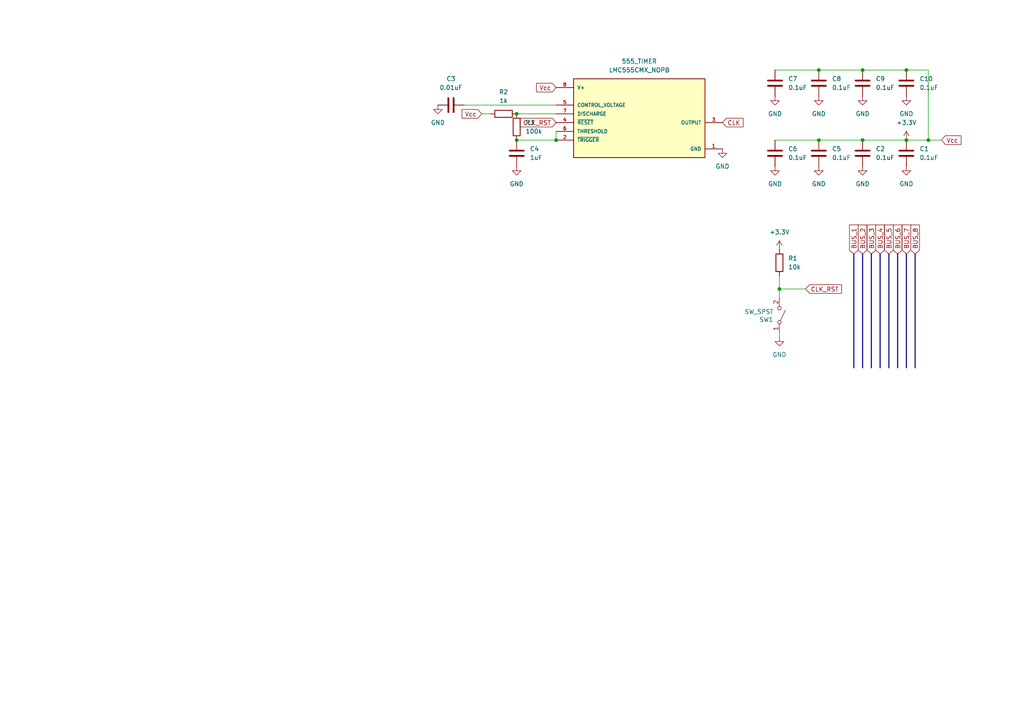
<source format=kicad_sch>
(kicad_sch (version 20250114) (generator "eeschema") (generator_version "9.0")
  (paper "A4")
  (lib_symbols
    (symbol "Device:C" (pin_numbers (hide yes)) (pin_names (offset 0.254))
      (property "Reference" "C" (at 0.635 2.54 0))
      (property "Value" "C" (at 0.635 -2.54 0))
      (symbol "C_0_1"
        (polyline (pts (xy -2.032 0.762) (xy 2.032 0.762)) (stroke (width 0.508)))
        (polyline (pts (xy -2.032 -0.762) (xy 2.032 -0.762)) (stroke (width 0.508)))
      )
      (symbol "C_1_1"
        (pin passive line (at 0 3.81 270) (length 2.794) (name "~") (number "1"))
        (pin passive line (at 0 -3.81 90) (length 2.794) (name "~") (number "2"))
      )
    )
    (symbol "Device:R" (pin_numbers (hide yes)) (pin_names (offset 0))
      (property "Reference" "R" (at 2.032 0 90))
      (property "Value" "R" (at 0 0 90))
      (symbol "R_0_1"
        (rectangle (start -1.016 -2.54) (end 1.016 2.54) (stroke (width 0.254)))
      )
      (symbol "R_1_1"
        (pin passive line (at 0 3.81 270) (length 1.27) (name "~") (number "1"))
        (pin passive line (at 0 -3.81 90) (length 1.27) (name "~") (number "2"))
      )
    )
    (symbol "LMC555CMX_NOPB:LMC555CMX_NOPB" (pin_names (offset 1.016))
      (property "Reference" "U" (at -17.78 13.7 0))
      (property "Value" "LMC555CMX_NOPB" (at -17.78 -14.16 0))
      (symbol "LMC555CMX_NOPB_0_0"
        (rectangle (start -17.78 -10.16) (end 20.32 12.7) (stroke (width 0.254)) (fill (type background)))
        (pin power_in line (at -22.86 10.16 0) (length 5.08) (name "V+") (number "8"))
        (pin input line (at -22.86 5.08 0) (length 5.08) (name "CONTROL_VOLTAGE") (number "5"))
        (pin input line (at -22.86 2.54 0) (length 5.08) (name "DISCHARGE") (number "7"))
        (pin input line (at -22.86 0 0) (length 5.08) (name "~{RESET}") (number "4"))
        (pin input line (at -22.86 -2.54 0) (length 5.08) (name "THRESHOLD") (number "6"))
        (pin input line (at -22.86 -5.08 0) (length 5.08) (name "~{TRIGGER}") (number "2"))
        (pin output line (at 25.4 0 180) (length 5.08) (name "OUTPUT") (number "3"))
        (pin power_in line (at 25.4 -7.62 180) (length 5.08) (name "GND") (number "1"))
      )
    )
    (symbol "Switch:SW_SPST" (pin_names (offset 0) (hide yes))
      (property "Reference" "SW" (at 0 3.175 0))
      (property "Value" "SW_SPST" (at 0 -2.54 0))
      (symbol "SW_SPST_0_0"
        (circle (center -2.032 0) (radius 0.508))
        (polyline (pts (xy -1.524 0.254) (xy 1.524 1.778)))
        (circle (center 2.032 0) (radius 0.508))
      )
      (symbol "SW_SPST_1_1"
        (pin passive line (at -5.08 0 0) (length 2.54) (name "A") (number "1"))
        (pin passive line (at 5.08 0 180) (length 2.54) (name "B") (number "2"))
      )
    )
    (symbol "power:+3.3V" (power) (pin_numbers (hide yes)) (pin_names (offset 0) (hide yes))
      (property "Value" "+3.3V" (at 0 3.556 0))
      (symbol "+3.3V_0_1"
        (polyline (pts (xy -0.762 1.27) (xy 0 2.54)))
        (polyline (pts (xy 0 2.54) (xy 0.762 1.27)))
        (polyline (pts (xy 0 0) (xy 0 2.54)))
      )
      (symbol "+3.3V_1_1"
        (pin power_in line (at 0 0 90) (length 0) (name "~") (number "1"))
      )
    )
    (symbol "power:GND" (power) (pin_numbers (hide yes)) (pin_names (offset 0) (hide yes))
      (property "Value" "GND" (at 0 -3.81 0))
      (symbol "GND_0_1"
        (polyline (pts (xy 0 0) (xy 0 -1.27) (xy 1.27 -1.27) (xy 0 -2.54) (xy -1.27 -1.27) (xy 0 -1.27)))
      )
      (symbol "GND_1_1"
        (pin power_in line (at 0 0 270) (length 0) (name "~") (number "1"))
      )
    )
  )
  (junction (at 262.89 20.32))
  (junction (at 262.89 40.64))
  (junction (at 237.49 20.32))
  (junction (at 237.49 40.64))
  (junction (at 149.86 40.64))
  (junction (at 269.24 40.64))
  (junction (at 226.06 83.82))
  (junction (at 250.19 40.64))
  (junction (at 149.86 33.02))
  (junction (at 161.29 40.64))
  (junction (at 250.19 20.32))
  (wire (pts (xy 262.89 40.64) (xy 269.24 40.64)))
  (wire (pts (xy 269.24 20.32) (xy 262.89 20.32)))
  (wire (pts (xy 269.24 40.64) (xy 269.24 20.32)))
  (wire (pts (xy 161.29 38.1) (xy 161.29 40.64)))
  (wire (pts (xy 269.24 40.64) (xy 273.05 40.64)))
  (wire (pts (xy 134.62 30.48) (xy 161.29 30.48)))
  (wire (pts (xy 224.79 40.64) (xy 237.49 40.64)))
  (wire (pts (xy 226.06 83.82) (xy 233.68 83.82)))
  (wire (pts (xy 237.49 40.64) (xy 250.19 40.64)))
  (bus (pts (xy 260.35 73.66) (xy 260.35 106.68)))
  (wire (pts (xy 142.24 33.02) (xy 139.7 33.02)))
  (wire (pts (xy 226.06 83.82) (xy 226.06 86.36)))
  (bus (pts (xy 250.19 73.66) (xy 250.19 106.68)))
  (wire (pts (xy 149.86 40.64) (xy 161.29 40.64)))
  (wire (pts (xy 149.86 33.02) (xy 161.29 33.02)))
  (bus (pts (xy 255.27 73.66) (xy 255.27 106.68)))
  (bus (pts (xy 265.43 73.66) (xy 265.43 106.68)))
  (wire (pts (xy 250.19 20.32) (xy 262.89 20.32)))
  (wire (pts (xy 250.19 40.64) (xy 262.89 40.64)))
  (wire (pts (xy 237.49 20.32) (xy 250.19 20.32)))
  (bus (pts (xy 247.65 73.66) (xy 247.65 106.68)))
  (wire (pts (xy 224.79 20.32) (xy 237.49 20.32)))
  (bus (pts (xy 252.73 73.66) (xy 252.73 106.68)))
  (bus (pts (xy 257.81 73.66) (xy 257.81 106.68)))
  (wire (pts (xy 226.06 80.01) (xy 226.06 83.82)))
  (bus (pts (xy 262.89 73.66) (xy 262.89 106.68)))
  (wire (pts (xy 226.06 96.52) (xy 226.06 97.79)))
  (global_label "BUS_7" (shape input) (at 262.89 73.66 90) (property "Intersheetrefs" "${INTERSHEET_REFS}" (effects (hide yes))))
  (global_label "CLK" (shape input) (at 209.55 35.56 0) (property "Intersheetrefs" "${INTERSHEET_REFS}" (effects (hide yes))))
  (global_label "BUS_3" (shape input) (at 252.73 73.66 90) (property "Intersheetrefs" "${INTERSHEET_REFS}" (effects (hide yes))))
  (global_label "BUS_1" (shape input) (at 247.65 73.66 90) (property "Intersheetrefs" "${INTERSHEET_REFS}" (effects (hide yes))))
  (global_label "BUS_8" (shape input) (at 265.43 73.66 90) (property "Intersheetrefs" "${INTERSHEET_REFS}" (effects (hide yes))))
  (global_label "BUS_6" (shape input) (at 260.35 73.66 90) (property "Intersheetrefs" "${INTERSHEET_REFS}" (effects (hide yes))))
  (global_label "CLK_RST" (shape input) (at 161.29 35.56 180) (property "Intersheetrefs" "${INTERSHEET_REFS}" (effects (hide yes))))
  (global_label "BUS_2" (shape input) (at 250.19 73.66 90) (property "Intersheetrefs" "${INTERSHEET_REFS}" (effects (hide yes))))
  (global_label "Vcc" (shape input) (at 161.29 25.4 180) (property "Intersheetrefs" "${INTERSHEET_REFS}" (effects (hide yes))))
  (global_label "BUS_5" (shape input) (at 257.81 73.66 90) (property "Intersheetrefs" "${INTERSHEET_REFS}" (effects (hide yes))))
  (global_label "BUS_4" (shape input) (at 255.27 73.66 90) (property "Intersheetrefs" "${INTERSHEET_REFS}" (effects (hide yes))))
  (global_label "Vcc" (shape input) (at 139.7 33.02 180) (property "Intersheetrefs" "${INTERSHEET_REFS}" (effects (hide yes))))
  (global_label "CLK_RST" (shape input) (at 233.68 83.82 0) (property "Intersheetrefs" "${INTERSHEET_REFS}" (effects (hide yes))))
  (global_label "Vcc" (shape input) (at 273.05 40.64 0) (property "Intersheetrefs" "${INTERSHEET_REFS}" (effects (hide yes))))
  (symbol (lib_id "Device:C") (at 262.89 24.13 0) (unit 1)
    (property "Reference" "C10" (at 266.7 22.8599 0) (effects (justify left)))
    (property "Value" "0.1uF" (at 266.7 25.3999 0) (effects (justify left)))
    (property "Description" "Unpolarized capacitor" (effects (hide yes)))
  )
  (symbol (lib_id "Device:C") (at 250.19 24.13 0) (unit 1)
    (property "Reference" "C9" (at 254 22.8599 0) (effects (justify left)))
    (property "Value" "0.1uF" (at 254 25.3999 0) (effects (justify left)))
    (property "Description" "Unpolarized capacitor" (effects (hide yes)))
  )
  (symbol (lib_id "power:GND") (at 127 30.48 0) (unit 1)
    (property "Reference" "#PWR08" (effects (hide yes)))
    (property "Value" "GND" (at 127 35.56 0))
    (property "Description" "Power symbol creates a global label with name \"GND\" , ground" (effects (hide yes)))
  )
  (symbol (lib_id "Device:C") (at 224.79 44.45 0) (unit 1)
    (property "Reference" "C6" (at 228.6 43.1799 0) (effects (justify left)))
    (property "Value" "0.1uF" (at 228.6 45.7199 0) (effects (justify left)))
    (property "Description" "Unpolarized capacitor" (effects (hide yes)))
  )
  (symbol (lib_id "power:+3.3V") (at 226.06 72.39 0) (unit 1)
    (property "Reference" "#PWR03" (effects (hide yes)))
    (property "Value" "+3.3V" (at 226.06 67.31 0))
    (property "Description" "Power symbol creates a global label with name \"+3.3V\"" (effects (hide yes)))
  )
  (symbol (lib_id "Device:C") (at 237.49 44.45 0) (unit 1)
    (property "Reference" "C5" (at 241.3 43.1799 0) (effects (justify left)))
    (property "Value" "0.1uF" (at 241.3 45.7199 0) (effects (justify left)))
    (property "Description" "Unpolarized capacitor" (effects (hide yes)))
  )
  (symbol (lib_id "power:GND") (at 237.49 48.26 0) (unit 1)
    (property "Reference" "#PWR04" (effects (hide yes)))
    (property "Value" "GND" (at 237.49 53.34 0))
    (property "Description" "Power symbol creates a global label with name \"GND\" , ground" (effects (hide yes)))
  )
  (symbol (lib_id "LMC555CMX_NOPB:LMC555CMX_NOPB") (at 184.15 35.56 0) (unit 1)
    (property "Reference" "555_TIMER" (at 185.42 17.78 0))
    (property "Value" "LMC555CMX_NOPB" (at 185.42 20.32 0))
    (property "Footprint" "LMC555CMX_NOPB:SOIC127P599X175-8N" (effects (hide yes)))
    (property "DigiKey_Part_Number" "LMC555CMX/NOPBTR-ND" (effects (hide yes)))
    (property "SnapEDA_Link" "https://www.snapeda.com/parts/LMC555CMX/NOPB/Texas+Instruments/view-part/?ref=snap" (effects (hide yes)))
    (property "MAXIMUM_PACKAGE_HEIGHT" "1.75mm" (effects (hide yes)))
    (property "Package" "SOIC-8 Texas Instruments" (effects (hide yes)))
    (property "Check_prices" "https://www.snapeda.com/parts/LMC555CMX/NOPB/Texas+Instruments/view-part/?ref=eda" (effects (hide yes)))
    (property "STANDARD" "IPC-7351B" (effects (hide yes)))
    (property "PARTREV" "M" (effects (hide yes)))
    (property "MF" "Texas Instruments" (effects (hide yes)))
    (property "MP" "LMC555CMX/NOPB" (effects (hide yes)))
    (property "Description_1" "World’s smallest 555 timer with low power, high accuracy and a Fmax of 3MHz" (effects (hide yes)))
    (property "MANUFACTURER" "Texas Instruments" (effects (hide yes)))
  )
  (symbol (lib_id "Device:C") (at 130.81 30.48 90) (unit 1)
    (property "Reference" "C3" (at 130.81 22.86 90))
    (property "Value" "0.01uF" (at 130.81 25.4 90))
    (property "Description" "Unpolarized capacitor" (effects (hide yes)))
  )
  (symbol (lib_id "Device:R") (at 146.05 33.02 90) (unit 1)
    (property "Reference" "R2" (at 146.05 26.67 90))
    (property "Value" "1k" (at 146.05 29.21 90))
    (property "Description" "Resistor" (effects (hide yes)))
  )
  (symbol (lib_id "power:GND") (at 250.19 48.26 0) (unit 1)
    (property "Reference" "#PWR07" (effects (hide yes)))
    (property "Value" "GND" (at 250.19 53.34 0))
    (property "Description" "Power symbol creates a global label with name \"GND\" , ground" (effects (hide yes)))
  )
  (symbol (lib_id "power:GND") (at 226.06 97.79 0) (unit 1)
    (property "Reference" "#PWR05" (effects (hide yes)))
    (property "Value" "GND" (at 226.06 102.87 0))
    (property "Description" "Power symbol creates a global label with name \"GND\" , ground" (effects (hide yes)))
  )
  (symbol (lib_id "power:GND") (at 149.86 48.26 0) (unit 1)
    (property "Reference" "#PWR09" (effects (hide yes)))
    (property "Value" "GND" (at 149.86 53.34 0))
    (property "Description" "Power symbol creates a global label with name \"GND\" , ground" (effects (hide yes)))
  )
  (symbol (lib_id "Device:R") (at 226.06 76.2 0) (unit 1)
    (property "Reference" "R1" (at 228.6 74.9299 0) (effects (justify left)))
    (property "Value" "10k" (at 228.6 77.4699 0) (effects (justify left)))
    (property "Description" "Resistor" (effects (hide yes)))
  )
  (symbol (lib_id "Switch:SW_SPST") (at 226.06 91.44 270) (mirror x) (unit 1)
    (property "Reference" "SW1" (at 220.218 92.71 90) (effects (justify left)))
    (property "Value" "SW_SPST" (at 215.9 90.424 90) (effects (justify left)))
    (property "Description" "Single Pole Single Throw (SPST) switch" (effects (hide yes)))
  )
  (symbol (lib_id "power:GND") (at 250.19 27.94 0) (unit 1)
    (property "Reference" "#PWR026" (effects (hide yes)))
    (property "Value" "GND" (at 250.19 33.02 0))
    (property "Description" "Power symbol creates a global label with name \"GND\" , ground" (effects (hide yes)))
  )
  (symbol (lib_id "Device:C") (at 224.79 24.13 0) (unit 1)
    (property "Reference" "C7" (at 228.6 22.8599 0) (effects (justify left)))
    (property "Value" "0.1uF" (at 228.6 25.3999 0) (effects (justify left)))
    (property "Description" "Unpolarized capacitor" (effects (hide yes)))
  )
  (symbol (lib_id "Device:C") (at 149.86 44.45 0) (unit 1)
    (property "Reference" "C4" (at 153.67 43.1799 0) (effects (justify left)))
    (property "Value" "1uF" (at 153.67 45.7199 0) (effects (justify left)))
    (property "Description" "Unpolarized capacitor" (effects (hide yes)))
  )
  (symbol (lib_id "power:+3.3V") (at 262.89 40.64 0) (unit 1)
    (property "Reference" "#PWR01" (effects (hide yes)))
    (property "Value" "+3.3V" (at 262.89 35.56 0))
    (property "Description" "Power symbol creates a global label with name \"+3.3V\"" (effects (hide yes)))
  )
  (symbol (lib_id "Device:C") (at 262.89 44.45 0) (unit 1)
    (property "Reference" "C1" (at 266.7 43.1799 0) (effects (justify left)))
    (property "Value" "0.1uF" (at 266.7 45.7199 0) (effects (justify left)))
    (property "Description" "Unpolarized capacitor" (effects (hide yes)))
  )
  (symbol (lib_id "power:GND") (at 262.89 48.26 0) (unit 1)
    (property "Reference" "#PWR02" (effects (hide yes)))
    (property "Value" "GND" (at 262.89 53.34 0))
    (property "Description" "Power symbol creates a global label with name \"GND\" , ground" (effects (hide yes)))
  )
  (symbol (lib_id "Device:R") (at 149.86 36.83 0) (unit 1)
    (property "Reference" "R3" (at 152.4 35.5599 0) (effects (justify left)))
    (property "Value" "100k" (at 152.4 38.0999 0) (effects (justify left)))
    (property "Description" "Resistor" (effects (hide yes)))
  )
  (symbol (lib_id "Device:C") (at 237.49 24.13 0) (unit 1)
    (property "Reference" "C8" (at 241.3 22.8599 0) (effects (justify left)))
    (property "Value" "0.1uF" (at 241.3 25.3999 0) (effects (justify left)))
    (property "Description" "Unpolarized capacitor" (effects (hide yes)))
  )
  (symbol (lib_id "power:GND") (at 224.79 48.26 0) (unit 1)
    (property "Reference" "#PWR019" (effects (hide yes)))
    (property "Value" "GND" (at 224.79 53.34 0))
    (property "Description" "Power symbol creates a global label with name \"GND\" , ground" (effects (hide yes)))
  )
  (symbol (lib_id "power:GND") (at 209.55 43.18 0) (unit 1)
    (property "Reference" "#PWR06" (effects (hide yes)))
    (property "Value" "GND" (at 209.55 48.26 0))
    (property "Description" "Power symbol creates a global label with name \"GND\" , ground" (effects (hide yes)))
  )
  (symbol (lib_id "power:GND") (at 237.49 27.94 0) (unit 1)
    (property "Reference" "#PWR025" (effects (hide yes)))
    (property "Value" "GND" (at 237.49 33.02 0))
    (property "Description" "Power symbol creates a global label with name \"GND\" , ground" (effects (hide yes)))
  )
  (symbol (lib_id "power:GND") (at 262.89 27.94 0) (unit 1)
    (property "Reference" "#PWR027" (effects (hide yes)))
    (property "Value" "GND" (at 262.89 33.02 0))
    (property "Description" "Power symbol creates a global label with name \"GND\" , ground" (effects (hide yes)))
  )
  (symbol (lib_id "power:GND") (at 224.79 27.94 0) (unit 1)
    (property "Reference" "#PWR024" (effects (hide yes)))
    (property "Value" "GND" (at 224.79 33.02 0))
    (property "Description" "Power symbol creates a global label with name \"GND\" , ground" (effects (hide yes)))
  )
  (symbol (lib_id "Device:C") (at 250.19 44.45 0) (unit 1)
    (property "Reference" "C2" (at 254 43.1799 0) (effects (justify left)))
    (property "Value" "0.1uF" (at 254 45.7199 0) (effects (justify left)))
    (property "Description" "Unpolarized capacitor" (effects (hide yes)))
  )
  (sheet (at 323.85 254) (size 228.6 149.86) (stroke (width 0.1524))
    (property "Sheetname" "ALU" (at 323.85 253.2884 0) (effects (justify left bottom)))
    (property "Sheetfile" "ALU.kicad_sch" (at 323.85 404.4446 0) (effects (justify left top)))
  )
  (sheet (at 323.85 86.36) (size 226.06 147.32) (stroke (width 0.1524))
    (property "Sheetname" "General Purpose Registers" (at 323.85 85.6484 0) (effects (justify left bottom)))
    (property "Sheetfile" "gp_regs.kicad_sch" (at 323.85 234.2646 0) (effects (justify left top)))
  )
)
</source>
